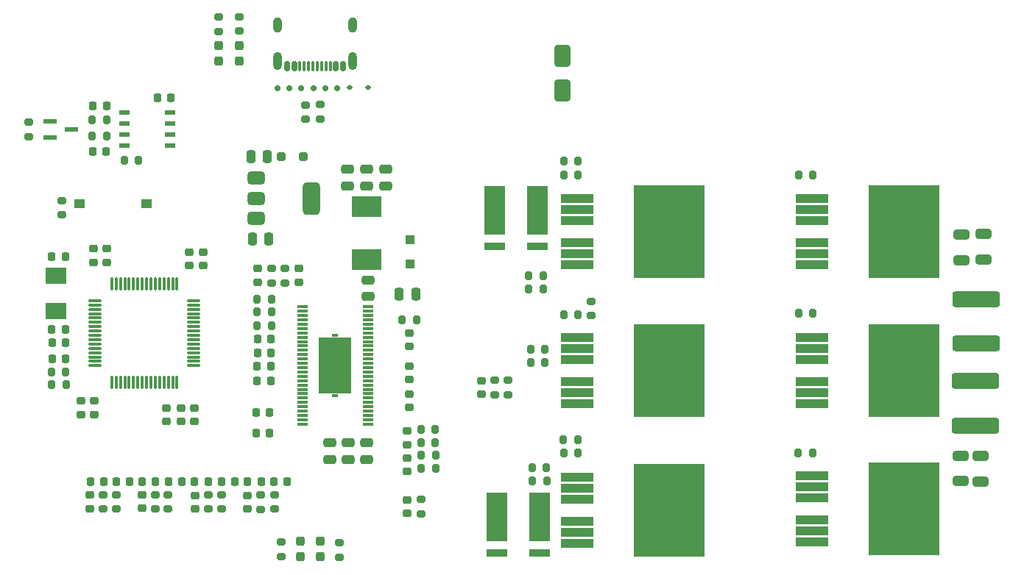
<source format=gbr>
%TF.GenerationSoftware,KiCad,Pcbnew,8.0.3*%
%TF.CreationDate,2025-02-08T18:07:50+07:00*%
%TF.ProjectId,VESC V.2,56455343-2056-42e3-922e-6b696361645f,rev?*%
%TF.SameCoordinates,Original*%
%TF.FileFunction,Paste,Top*%
%TF.FilePolarity,Positive*%
%FSLAX46Y46*%
G04 Gerber Fmt 4.6, Leading zero omitted, Abs format (unit mm)*
G04 Created by KiCad (PCBNEW 8.0.3) date 2025-02-08 18:07:50*
%MOMM*%
%LPD*%
G01*
G04 APERTURE LIST*
G04 Aperture macros list*
%AMRoundRect*
0 Rectangle with rounded corners*
0 $1 Rounding radius*
0 $2 $3 $4 $5 $6 $7 $8 $9 X,Y pos of 4 corners*
0 Add a 4 corners polygon primitive as box body*
4,1,4,$2,$3,$4,$5,$6,$7,$8,$9,$2,$3,0*
0 Add four circle primitives for the rounded corners*
1,1,$1+$1,$2,$3*
1,1,$1+$1,$4,$5*
1,1,$1+$1,$6,$7*
1,1,$1+$1,$8,$9*
0 Add four rect primitives between the rounded corners*
20,1,$1+$1,$2,$3,$4,$5,0*
20,1,$1+$1,$4,$5,$6,$7,0*
20,1,$1+$1,$6,$7,$8,$9,0*
20,1,$1+$1,$8,$9,$2,$3,0*%
G04 Aperture macros list end*
%ADD10RoundRect,0.250000X0.250000X0.250000X-0.250000X0.250000X-0.250000X-0.250000X0.250000X-0.250000X0*%
%ADD11RoundRect,0.200000X-0.200000X-0.275000X0.200000X-0.275000X0.200000X0.275000X-0.200000X0.275000X0*%
%ADD12RoundRect,0.237500X0.237500X-0.287500X0.237500X0.287500X-0.237500X0.287500X-0.237500X-0.287500X0*%
%ADD13RoundRect,0.250000X0.475000X-0.250000X0.475000X0.250000X-0.475000X0.250000X-0.475000X-0.250000X0*%
%ADD14RoundRect,0.250000X0.250000X0.475000X-0.250000X0.475000X-0.250000X-0.475000X0.250000X-0.475000X0*%
%ADD15RoundRect,0.225000X0.250000X-0.225000X0.250000X0.225000X-0.250000X0.225000X-0.250000X-0.225000X0*%
%ADD16RoundRect,0.225000X-0.250000X0.225000X-0.250000X-0.225000X0.250000X-0.225000X0.250000X0.225000X0*%
%ADD17RoundRect,0.250000X-0.475000X0.250000X-0.475000X-0.250000X0.475000X-0.250000X0.475000X0.250000X0*%
%ADD18RoundRect,0.200000X0.275000X-0.200000X0.275000X0.200000X-0.275000X0.200000X-0.275000X-0.200000X0*%
%ADD19RoundRect,0.225000X0.225000X0.250000X-0.225000X0.250000X-0.225000X-0.250000X0.225000X-0.250000X0*%
%ADD20RoundRect,0.250000X0.650000X-0.325000X0.650000X0.325000X-0.650000X0.325000X-0.650000X-0.325000X0*%
%ADD21R,1.625600X0.609600*%
%ADD22RoundRect,0.200000X-0.275000X0.200000X-0.275000X-0.200000X0.275000X-0.200000X0.275000X0.200000X0*%
%ADD23R,3.800000X1.050000*%
%ADD24R,8.200000X10.700000*%
%ADD25RoundRect,0.200000X0.200000X0.275000X-0.200000X0.275000X-0.200000X-0.275000X0.200000X-0.275000X0*%
%ADD26RoundRect,0.225000X-0.225000X-0.250000X0.225000X-0.250000X0.225000X0.250000X-0.225000X0.250000X0*%
%ADD27RoundRect,0.035000X-0.700000X-0.105000X0.700000X-0.105000X0.700000X0.105000X-0.700000X0.105000X0*%
%ADD28RoundRect,0.035000X-0.105000X-0.700000X0.105000X-0.700000X0.105000X0.700000X-0.105000X0.700000X0*%
%ADD29R,1.250000X1.000000*%
%ADD30R,1.300000X0.300000*%
%ADD31R,3.700000X6.500000*%
%ADD32R,0.650000X0.400000*%
%ADD33R,2.400000X1.900000*%
%ADD34RoundRect,0.250000X-0.250000X-0.475000X0.250000X-0.475000X0.250000X0.475000X-0.250000X0.475000X0*%
%ADD35R,3.500000X2.350000*%
%ADD36RoundRect,0.150000X-0.150000X-0.200000X0.150000X-0.200000X0.150000X0.200000X-0.150000X0.200000X0*%
%ADD37R,1.257300X0.508000*%
%ADD38R,2.438400X5.588000*%
%ADD39R,2.438400X0.889000*%
%ADD40RoundRect,0.150000X0.150000X0.425000X-0.150000X0.425000X-0.150000X-0.425000X0.150000X-0.425000X0*%
%ADD41RoundRect,0.075000X0.075000X0.500000X-0.075000X0.500000X-0.075000X-0.500000X0.075000X-0.500000X0*%
%ADD42O,1.000000X2.100000*%
%ADD43O,1.000000X1.800000*%
%ADD44RoundRect,0.375000X-0.625000X-0.375000X0.625000X-0.375000X0.625000X0.375000X-0.625000X0.375000X0*%
%ADD45RoundRect,0.500000X-0.500000X-1.400000X0.500000X-1.400000X0.500000X1.400000X-0.500000X1.400000X0*%
%ADD46RoundRect,0.150000X0.150000X0.200000X-0.150000X0.200000X-0.150000X-0.200000X0.150000X-0.200000X0*%
%ADD47RoundRect,0.250000X2.450000X-0.650000X2.450000X0.650000X-2.450000X0.650000X-2.450000X-0.650000X0*%
%ADD48RoundRect,0.237500X-0.237500X0.287500X-0.237500X-0.287500X0.237500X-0.287500X0.237500X0.287500X0*%
%ADD49RoundRect,0.250000X-2.450000X0.650000X-2.450000X-0.650000X2.450000X-0.650000X2.450000X0.650000X0*%
%ADD50RoundRect,0.250000X0.650000X-1.000000X0.650000X1.000000X-0.650000X1.000000X-0.650000X-1.000000X0*%
%ADD51RoundRect,0.250000X-0.650000X0.325000X-0.650000X-0.325000X0.650000X-0.325000X0.650000X0.325000X0*%
%ADD52RoundRect,0.250000X0.300000X-0.300000X0.300000X0.300000X-0.300000X0.300000X-0.300000X-0.300000X0*%
%ADD53RoundRect,0.112500X0.187500X0.112500X-0.187500X0.112500X-0.187500X-0.112500X0.187500X-0.112500X0*%
G04 APERTURE END LIST*
D10*
%TO.C,D3*%
X102500000Y-48800000D03*
X100000000Y-48800000D03*
%TD*%
D11*
%TO.C,R14*%
X128650000Y-72485000D03*
X130300000Y-72485000D03*
%TD*%
%TO.C,R11*%
X128850000Y-84640000D03*
X130500000Y-84640000D03*
%TD*%
D12*
%TO.C,D5*%
X95200000Y-37800000D03*
X95200000Y-36050000D03*
%TD*%
D13*
%TO.C,C21*%
X110000000Y-64900000D03*
X110000000Y-63000000D03*
%TD*%
D14*
%TO.C,C38*%
X98550000Y-58300000D03*
X96650000Y-58300000D03*
%TD*%
D15*
%TO.C,C12*%
X90000000Y-79275000D03*
X90000000Y-77725000D03*
%TD*%
D11*
%TO.C,R34*%
X159475000Y-66800000D03*
X161125000Y-66800000D03*
%TD*%
%TO.C,R41*%
X132475000Y-82900000D03*
X134125000Y-82900000D03*
%TD*%
%TO.C,R8*%
X116075000Y-80200000D03*
X117725000Y-80200000D03*
%TD*%
D16*
%TO.C,C6*%
X79930000Y-59412500D03*
X79930000Y-60962500D03*
%TD*%
D17*
%TO.C,C58*%
X109800000Y-50250000D03*
X109800000Y-52150000D03*
%TD*%
D18*
%TO.C,R51*%
X74750000Y-55525000D03*
X74750000Y-53875000D03*
%TD*%
D19*
%TO.C,C54*%
X79575000Y-86250000D03*
X78025000Y-86250000D03*
%TD*%
D16*
%TO.C,C2*%
X89400000Y-59825000D03*
X89400000Y-61375000D03*
%TD*%
D20*
%TO.C,C33*%
X178200000Y-60700000D03*
X178200000Y-57750000D03*
%TD*%
D13*
%TO.C,C30*%
X107700000Y-83650000D03*
X107700000Y-81750000D03*
%TD*%
D21*
%TO.C,U4*%
X73365800Y-44700040D03*
X73365800Y-46599960D03*
X75855000Y-45650000D03*
%TD*%
D11*
%TO.C,R6*%
X113900000Y-67600000D03*
X115550000Y-67600000D03*
%TD*%
D22*
%TO.C,R44*%
X104500000Y-42830000D03*
X104500000Y-44480000D03*
%TD*%
%TO.C,R27*%
X79500000Y-87725000D03*
X79500000Y-89375000D03*
%TD*%
D23*
%TO.C,Q5*%
X161000000Y-85590000D03*
X161000000Y-86860000D03*
X161000000Y-88130000D03*
D24*
X171600000Y-89400000D03*
D23*
X161000000Y-90670000D03*
X161000000Y-91940000D03*
X161000000Y-93210000D03*
%TD*%
D20*
%TO.C,C32*%
X180800000Y-60675000D03*
X180800000Y-57725000D03*
%TD*%
D11*
%TO.C,R35*%
X159450000Y-82900000D03*
X161100000Y-82900000D03*
%TD*%
D22*
%TO.C,R32*%
X95200000Y-32700000D03*
X95200000Y-34350000D03*
%TD*%
D25*
%TO.C,R43*%
X75220000Y-73580000D03*
X73570000Y-73580000D03*
%TD*%
D26*
%TO.C,C55*%
X81025000Y-86250000D03*
X82575000Y-86250000D03*
%TD*%
D19*
%TO.C,C3*%
X75145000Y-60340000D03*
X73595000Y-60340000D03*
%TD*%
D11*
%TO.C,R36*%
X132475000Y-49300000D03*
X134125000Y-49300000D03*
%TD*%
D27*
%TO.C,U1*%
X78580000Y-65380000D03*
X78580000Y-65880000D03*
X78580000Y-66380000D03*
X78580000Y-66880000D03*
X78580000Y-67380000D03*
X78580000Y-67880000D03*
X78580000Y-68380000D03*
X78580000Y-68880000D03*
X78580000Y-69380000D03*
X78580000Y-69880000D03*
X78580000Y-70380000D03*
X78580000Y-70880000D03*
X78580000Y-71380000D03*
X78580000Y-71880000D03*
X78580000Y-72380000D03*
X78580000Y-72880000D03*
D28*
X80500000Y-74800000D03*
X81000000Y-74800000D03*
X81500000Y-74800000D03*
X82000000Y-74800000D03*
X82500000Y-74800000D03*
X83000000Y-74800000D03*
X83500000Y-74800000D03*
X84000000Y-74800000D03*
X84500000Y-74800000D03*
X85000000Y-74800000D03*
X85500000Y-74800000D03*
X86000000Y-74800000D03*
X86500000Y-74800000D03*
X87000000Y-74800000D03*
X87500000Y-74800000D03*
X88000000Y-74800000D03*
D27*
X89920000Y-72880000D03*
X89920000Y-72380000D03*
X89920000Y-71880000D03*
X89920000Y-71380000D03*
X89920000Y-70880000D03*
X89920000Y-70380000D03*
X89920000Y-69880000D03*
X89920000Y-69380000D03*
X89920000Y-68880000D03*
X89920000Y-68380000D03*
X89920000Y-67880000D03*
X89920000Y-67380000D03*
X89920000Y-66880000D03*
X89920000Y-66380000D03*
X89920000Y-65880000D03*
X89920000Y-65380000D03*
D28*
X88000000Y-63460000D03*
X87500000Y-63460000D03*
X87000000Y-63460000D03*
X86500000Y-63460000D03*
X86000000Y-63460000D03*
X85500000Y-63460000D03*
X85000000Y-63460000D03*
X84500000Y-63460000D03*
X84000000Y-63460000D03*
X83500000Y-63460000D03*
X83000000Y-63460000D03*
X82500000Y-63460000D03*
X82000000Y-63460000D03*
X81500000Y-63460000D03*
X81000000Y-63460000D03*
X80500000Y-63460000D03*
%TD*%
D25*
%TO.C,R20*%
X83600000Y-49250000D03*
X81950000Y-49250000D03*
%TD*%
D16*
%TO.C,C27*%
X114425000Y-80425000D03*
X114425000Y-81975000D03*
%TD*%
%TO.C,C14*%
X97300000Y-61712500D03*
X97300000Y-63262500D03*
%TD*%
D19*
%TO.C,C51*%
X85550000Y-86250000D03*
X84000000Y-86250000D03*
%TD*%
D29*
%TO.C,SW1*%
X76775000Y-54250000D03*
X84525000Y-54250000D03*
%TD*%
D16*
%TO.C,C25*%
X114691550Y-72925000D03*
X114691550Y-74475000D03*
%TD*%
D18*
%TO.C,R22*%
X99200000Y-89400000D03*
X99200000Y-87750000D03*
%TD*%
D19*
%TO.C,C46*%
X97675000Y-86262500D03*
X96125000Y-86262500D03*
%TD*%
D30*
%TO.C,IC1*%
X102425000Y-66100000D03*
X102425000Y-66600000D03*
X102425000Y-67100000D03*
X102425000Y-67600000D03*
X102425000Y-68100000D03*
X102425000Y-68600000D03*
X102425000Y-69100000D03*
X102425000Y-69600000D03*
X102425000Y-70100000D03*
X102425000Y-70600000D03*
X102425000Y-71100000D03*
X102425000Y-71600000D03*
X102425000Y-72100000D03*
X102425000Y-72600000D03*
X102425000Y-73100000D03*
X102425000Y-73600000D03*
X102425000Y-74100000D03*
X102425000Y-74600000D03*
X102425000Y-75100000D03*
X102425000Y-75600000D03*
X102425000Y-76100000D03*
X102425000Y-76600000D03*
X102425000Y-77100000D03*
X102425000Y-77600000D03*
X102425000Y-78100000D03*
X102425000Y-78600000D03*
X102425000Y-79100000D03*
X102425000Y-79600000D03*
X109975000Y-79600000D03*
X109975000Y-79100000D03*
X109975000Y-78600000D03*
X109975000Y-78100000D03*
X109975000Y-77600000D03*
X109975000Y-77100000D03*
X109975000Y-76600000D03*
X109975000Y-76100000D03*
X109975000Y-75600000D03*
X109975000Y-75100000D03*
X109975000Y-74600000D03*
X109975000Y-74100000D03*
X109975000Y-73600000D03*
X109975000Y-73100000D03*
X109975000Y-72600000D03*
X109975000Y-72100000D03*
X109975000Y-71600000D03*
X109975000Y-71100000D03*
X109975000Y-70600000D03*
X109975000Y-70100000D03*
X109975000Y-69600000D03*
X109975000Y-69100000D03*
X109975000Y-68600000D03*
X109975000Y-68100000D03*
X109975000Y-67600000D03*
X109975000Y-67100000D03*
X109975000Y-66600000D03*
X109975000Y-66100000D03*
D31*
X106200000Y-72850000D03*
D32*
X106200000Y-69400000D03*
X106200000Y-76300000D03*
%TD*%
D15*
%TO.C,C40*%
X123000000Y-76175000D03*
X123000000Y-74625000D03*
%TD*%
D18*
%TO.C,R18*%
X126100000Y-76225000D03*
X126100000Y-74575000D03*
%TD*%
D11*
%TO.C,R9*%
X116100000Y-83200000D03*
X117750000Y-83200000D03*
%TD*%
D26*
%TO.C,C45*%
X99150000Y-86262500D03*
X100700000Y-86262500D03*
%TD*%
D22*
%TO.C,R48*%
X116100000Y-88275000D03*
X116100000Y-89925000D03*
%TD*%
D15*
%TO.C,C11*%
X88500000Y-79275000D03*
X88500000Y-77725000D03*
%TD*%
D11*
%TO.C,R13*%
X128650000Y-71010000D03*
X130300000Y-71010000D03*
%TD*%
D25*
%TO.C,R30*%
X79910000Y-44600000D03*
X78260000Y-44600000D03*
%TD*%
D26*
%TO.C,C42*%
X78330000Y-42930000D03*
X79880000Y-42930000D03*
%TD*%
D11*
%TO.C,R38*%
X132450000Y-81400000D03*
X134100000Y-81400000D03*
%TD*%
D26*
%TO.C,C52*%
X87000000Y-86250000D03*
X88550000Y-86250000D03*
%TD*%
D11*
%TO.C,R3*%
X97225000Y-65200000D03*
X98875000Y-65200000D03*
%TD*%
D16*
%TO.C,C4*%
X86800000Y-77725000D03*
X86800000Y-79275000D03*
%TD*%
D26*
%TO.C,C41*%
X85725000Y-42050000D03*
X87275000Y-42050000D03*
%TD*%
D11*
%TO.C,R42*%
X73595000Y-75080000D03*
X75245000Y-75080000D03*
%TD*%
D26*
%TO.C,C49*%
X93125000Y-86262500D03*
X94675000Y-86262500D03*
%TD*%
D15*
%TO.C,C9*%
X76960000Y-78500000D03*
X76960000Y-76950000D03*
%TD*%
D33*
%TO.C,Y1*%
X74100000Y-62500000D03*
X74100000Y-66600000D03*
%TD*%
D18*
%TO.C,R24*%
X93125000Y-89375000D03*
X93125000Y-87725000D03*
%TD*%
D25*
%TO.C,R29*%
X79910000Y-46450000D03*
X78260000Y-46450000D03*
%TD*%
D34*
%TO.C,C22*%
X113550000Y-64600000D03*
X115450000Y-64600000D03*
%TD*%
D22*
%TO.C,R47*%
X100000000Y-93175000D03*
X100000000Y-94825000D03*
%TD*%
D35*
%TO.C,L1*%
X109800000Y-60625000D03*
X109800000Y-54575000D03*
%TD*%
D36*
%TO.C,D7*%
X106430000Y-40925000D03*
X105030000Y-40925000D03*
%TD*%
D13*
%TO.C,C29*%
X105600000Y-83650000D03*
X105600000Y-81750000D03*
%TD*%
D26*
%TO.C,C20*%
X97125000Y-80600000D03*
X98675000Y-80600000D03*
%TD*%
D37*
%TO.C,U3*%
X87177550Y-47525000D03*
X87177550Y-46255000D03*
X87177550Y-44985000D03*
X87177550Y-43715000D03*
X81932450Y-43715000D03*
X81932450Y-44985000D03*
X81932450Y-46255000D03*
X81932450Y-47525000D03*
%TD*%
D38*
%TO.C,R49*%
X129700000Y-90272500D03*
D39*
X129700000Y-94400000D03*
X124772400Y-94400000D03*
D38*
X124772400Y-90272500D03*
%TD*%
D15*
%TO.C,C13*%
X102000000Y-63250000D03*
X102000000Y-61700000D03*
%TD*%
D26*
%TO.C,C16*%
X97225000Y-72900000D03*
X98775000Y-72900000D03*
%TD*%
D16*
%TO.C,C26*%
X114716550Y-76135100D03*
X114716550Y-77685100D03*
%TD*%
D23*
%TO.C,Q2*%
X134000000Y-53590000D03*
X134000000Y-54860000D03*
X134000000Y-56130000D03*
D24*
X144600000Y-57400000D03*
D23*
X134000000Y-58670000D03*
X134000000Y-59940000D03*
X134000000Y-61210000D03*
%TD*%
D13*
%TO.C,C31*%
X109800000Y-83650000D03*
X109800000Y-81750000D03*
%TD*%
D15*
%TO.C,C7*%
X78500000Y-78500000D03*
X78500000Y-76950000D03*
%TD*%
D40*
%TO.C,J2*%
X107080000Y-38375000D03*
X106280000Y-38375000D03*
D41*
X105130000Y-38375000D03*
X104130000Y-38375000D03*
X103630000Y-38375000D03*
X102630000Y-38375000D03*
D40*
X101480000Y-38375000D03*
X100680000Y-38375000D03*
X100680000Y-38375000D03*
X101480000Y-38375000D03*
D41*
X102130000Y-38375000D03*
X103130000Y-38375000D03*
X104630000Y-38375000D03*
X105630000Y-38375000D03*
D40*
X106280000Y-38375000D03*
X107080000Y-38375000D03*
D42*
X108200000Y-37800000D03*
D43*
X108200000Y-33620000D03*
D42*
X99560000Y-37800000D03*
D43*
X99560000Y-33620000D03*
%TD*%
D19*
%TO.C,C10*%
X75145000Y-68720000D03*
X73595000Y-68720000D03*
%TD*%
D18*
%TO.C,R26*%
X86975000Y-89375000D03*
X86975000Y-87725000D03*
%TD*%
D26*
%TO.C,C17*%
X97250000Y-71400000D03*
X98800000Y-71400000D03*
%TD*%
D22*
%TO.C,R31*%
X92800000Y-32750000D03*
X92800000Y-34400000D03*
%TD*%
D44*
%TO.C,U2*%
X97150000Y-51300000D03*
X97150000Y-53600000D03*
D45*
X103450000Y-53600000D03*
D44*
X97150000Y-55900000D03*
%TD*%
D14*
%TO.C,C39*%
X98400000Y-48800000D03*
X96500000Y-48800000D03*
%TD*%
D11*
%TO.C,R7*%
X116075000Y-81700000D03*
X117725000Y-81700000D03*
%TD*%
D17*
%TO.C,C23*%
X107600000Y-50250000D03*
X107600000Y-52150000D03*
%TD*%
D38*
%TO.C,R50*%
X129427600Y-54972500D03*
D39*
X129427600Y-59100000D03*
X124500000Y-59100000D03*
D38*
X124500000Y-54972500D03*
%TD*%
D16*
%TO.C,C24*%
X114725000Y-69125000D03*
X114725000Y-70675000D03*
%TD*%
D11*
%TO.C,R15*%
X128450000Y-62500000D03*
X130100000Y-62500000D03*
%TD*%
D22*
%TO.C,R25*%
X85475000Y-87725000D03*
X85475000Y-89375000D03*
%TD*%
%TO.C,R2*%
X98850000Y-61675000D03*
X98850000Y-63325000D03*
%TD*%
D23*
%TO.C,Q1*%
X161000000Y-53590000D03*
X161000000Y-54860000D03*
X161000000Y-56130000D03*
D24*
X171600000Y-57400000D03*
D23*
X161000000Y-58670000D03*
X161000000Y-59940000D03*
X161000000Y-61210000D03*
%TD*%
D26*
%TO.C,C1*%
X73625000Y-70200000D03*
X75175000Y-70200000D03*
%TD*%
D46*
%TO.C,D6*%
X99560000Y-40945000D03*
X100960000Y-40945000D03*
%TD*%
D11*
%TO.C,R5*%
X97200000Y-68300000D03*
X98850000Y-68300000D03*
%TD*%
D19*
%TO.C,C48*%
X91575000Y-86262500D03*
X90025000Y-86262500D03*
%TD*%
D23*
%TO.C,Q4*%
X134000000Y-69590000D03*
X134000000Y-70860000D03*
X134000000Y-72130000D03*
D24*
X144600000Y-73400000D03*
D23*
X134000000Y-74670000D03*
X134000000Y-75940000D03*
X134000000Y-77210000D03*
%TD*%
D11*
%TO.C,R12*%
X128862500Y-86145000D03*
X130512500Y-86145000D03*
%TD*%
D16*
%TO.C,C8*%
X78400000Y-59425000D03*
X78400000Y-60975000D03*
%TD*%
D15*
%TO.C,C44*%
X96125000Y-89375000D03*
X96125000Y-87825000D03*
%TD*%
D22*
%TO.C,R23*%
X91575000Y-87750000D03*
X91575000Y-89400000D03*
%TD*%
D47*
%TO.C,C37*%
X179800000Y-79750000D03*
X179800000Y-74650000D03*
%TD*%
D23*
%TO.C,Q3*%
X161000000Y-69590000D03*
X161000000Y-70860000D03*
X161000000Y-72130000D03*
D24*
X171600000Y-73400000D03*
D23*
X161000000Y-74670000D03*
X161000000Y-75940000D03*
X161000000Y-77210000D03*
%TD*%
D22*
%TO.C,R21*%
X97650000Y-87775000D03*
X97650000Y-89425000D03*
%TD*%
D48*
%TO.C,D11*%
X102200000Y-93125000D03*
X102200000Y-94875000D03*
%TD*%
D15*
%TO.C,C50*%
X83975000Y-89287500D03*
X83975000Y-87737500D03*
%TD*%
D11*
%TO.C,R10*%
X116100000Y-84700000D03*
X117750000Y-84700000D03*
%TD*%
D46*
%TO.C,D9*%
X102312500Y-40945000D03*
X103712500Y-40945000D03*
%TD*%
D23*
%TO.C,Q6*%
X134000000Y-85690000D03*
X134000000Y-86960000D03*
X134000000Y-88230000D03*
D24*
X144600000Y-89500000D03*
D23*
X134000000Y-90770000D03*
X134000000Y-92040000D03*
X134000000Y-93310000D03*
%TD*%
D11*
%TO.C,R37*%
X132500000Y-67000000D03*
X134150000Y-67000000D03*
%TD*%
D22*
%TO.C,R46*%
X106700000Y-93275000D03*
X106700000Y-94925000D03*
%TD*%
D11*
%TO.C,R39*%
X132475000Y-50900000D03*
X134125000Y-50900000D03*
%TD*%
%TO.C,R4*%
X97212500Y-66700000D03*
X98862500Y-66700000D03*
%TD*%
%TO.C,R16*%
X128450000Y-64035000D03*
X130100000Y-64035000D03*
%TD*%
%TO.C,R33*%
X159500000Y-50900000D03*
X161150000Y-50900000D03*
%TD*%
D48*
%TO.C,D10*%
X104500000Y-93125000D03*
X104500000Y-94875000D03*
%TD*%
D49*
%TO.C,C34*%
X179900000Y-65250000D03*
X179900000Y-70350000D03*
%TD*%
D50*
%TO.C,D2*%
X132300000Y-41200000D03*
X132300000Y-37200000D03*
%TD*%
D22*
%TO.C,R40*%
X135600000Y-65450000D03*
X135600000Y-67100000D03*
%TD*%
D51*
%TO.C,C36*%
X180400000Y-83250000D03*
X180400000Y-86200000D03*
%TD*%
D52*
%TO.C,D1*%
X114800000Y-61200000D03*
X114800000Y-58400000D03*
%TD*%
D15*
%TO.C,C5*%
X91000000Y-61375000D03*
X91000000Y-59825000D03*
%TD*%
D22*
%TO.C,R1*%
X100425000Y-61687500D03*
X100425000Y-63337500D03*
%TD*%
D19*
%TO.C,C43*%
X79840000Y-48200000D03*
X78290000Y-48200000D03*
%TD*%
D51*
%TO.C,C35*%
X178100000Y-83225000D03*
X178100000Y-86175000D03*
%TD*%
D15*
%TO.C,C47*%
X90050000Y-89375000D03*
X90050000Y-87825000D03*
%TD*%
D19*
%TO.C,C15*%
X98775000Y-74600000D03*
X97225000Y-74600000D03*
%TD*%
D18*
%TO.C,R19*%
X70925000Y-46495000D03*
X70925000Y-44845000D03*
%TD*%
D22*
%TO.C,R45*%
X102800000Y-42875000D03*
X102800000Y-44525000D03*
%TD*%
D12*
%TO.C,D4*%
X92800000Y-37800000D03*
X92800000Y-36050000D03*
%TD*%
D17*
%TO.C,C59*%
X112000000Y-50250000D03*
X112000000Y-52150000D03*
%TD*%
D22*
%TO.C,R17*%
X124545000Y-74567500D03*
X124545000Y-76217500D03*
%TD*%
D15*
%TO.C,C53*%
X78000000Y-89325000D03*
X78000000Y-87775000D03*
%TD*%
D53*
%TO.C,D8*%
X109990000Y-40885000D03*
X107890000Y-40885000D03*
%TD*%
D19*
%TO.C,C18*%
X98675000Y-78300000D03*
X97125000Y-78300000D03*
%TD*%
D16*
%TO.C,C57*%
X114500000Y-88325000D03*
X114500000Y-89875000D03*
%TD*%
D18*
%TO.C,R28*%
X81000000Y-89375000D03*
X81000000Y-87725000D03*
%TD*%
D26*
%TO.C,C19*%
X97250000Y-69800000D03*
X98800000Y-69800000D03*
%TD*%
D16*
%TO.C,C28*%
X114425000Y-83525000D03*
X114425000Y-85075000D03*
%TD*%
D19*
%TO.C,C56*%
X75195000Y-72080000D03*
X73645000Y-72080000D03*
%TD*%
M02*

</source>
